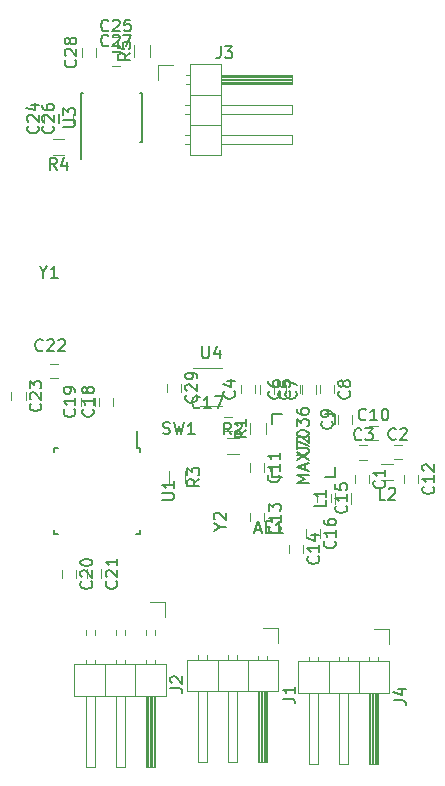
<source format=gbr>
G04 #@! TF.FileFunction,Legend,Top*
%FSLAX46Y46*%
G04 Gerber Fmt 4.6, Leading zero omitted, Abs format (unit mm)*
G04 Created by KiCad (PCBNEW 4.0.7) date 04/09/18 00:03:13*
%MOMM*%
%LPD*%
G01*
G04 APERTURE LIST*
%ADD10C,0.100000*%
%ADD11C,0.150000*%
%ADD12C,0.120000*%
%ADD13C,0.152400*%
G04 APERTURE END LIST*
D10*
D11*
X105317000Y-124098000D02*
X105092000Y-124098000D01*
X105317000Y-131348000D02*
X104992000Y-131348000D01*
X98067000Y-131348000D02*
X98392000Y-131348000D01*
X98067000Y-124098000D02*
X98392000Y-124098000D01*
X105317000Y-124098000D02*
X105317000Y-124423000D01*
X98067000Y-124098000D02*
X98067000Y-124423000D01*
X98067000Y-131348000D02*
X98067000Y-131023000D01*
X105317000Y-131348000D02*
X105317000Y-131023000D01*
X105092000Y-124098000D02*
X105092000Y-122673000D01*
D12*
X103620932Y-90469346D02*
X102920932Y-90469346D01*
X102920932Y-89269346D02*
X103620932Y-89269346D01*
X97920932Y-97952346D02*
X98920932Y-97952346D01*
X98920932Y-99312346D02*
X97920932Y-99312346D01*
X99667932Y-95857346D02*
X99667932Y-96557346D01*
X98467932Y-96557346D02*
X98467932Y-95857346D01*
X101572932Y-90269346D02*
X101572932Y-90969346D01*
X100372932Y-90969346D02*
X100372932Y-90269346D01*
X98397932Y-95857346D02*
X98397932Y-96557346D01*
X97197932Y-96557346D02*
X97197932Y-95857346D01*
D11*
X100302932Y-98200346D02*
X100352932Y-98200346D01*
X100302932Y-94050346D02*
X100447932Y-94050346D01*
X105452932Y-94050346D02*
X105307932Y-94050346D01*
X105452932Y-98200346D02*
X105307932Y-98200346D01*
X100302932Y-98200346D02*
X100302932Y-94050346D01*
X105452932Y-98200346D02*
X105452932Y-94050346D01*
X100352932Y-98200346D02*
X100352932Y-99600346D01*
D12*
X106161432Y-89992346D02*
X106161432Y-90992346D01*
X104801432Y-90992346D02*
X104801432Y-89992346D01*
X109524932Y-91587346D02*
X109524932Y-99327346D01*
X109524932Y-99327346D02*
X112184932Y-99327346D01*
X112184932Y-99327346D02*
X112184932Y-91587346D01*
X112184932Y-91587346D02*
X109524932Y-91587346D01*
X112184932Y-92537346D02*
X118184932Y-92537346D01*
X118184932Y-92537346D02*
X118184932Y-93297346D01*
X118184932Y-93297346D02*
X112184932Y-93297346D01*
X112184932Y-92597346D02*
X118184932Y-92597346D01*
X112184932Y-92717346D02*
X118184932Y-92717346D01*
X112184932Y-92837346D02*
X118184932Y-92837346D01*
X112184932Y-92957346D02*
X118184932Y-92957346D01*
X112184932Y-93077346D02*
X118184932Y-93077346D01*
X112184932Y-93197346D02*
X118184932Y-93197346D01*
X109194932Y-92537346D02*
X109524932Y-92537346D01*
X109194932Y-93297346D02*
X109524932Y-93297346D01*
X109524932Y-94187346D02*
X112184932Y-94187346D01*
X112184932Y-95077346D02*
X118184932Y-95077346D01*
X118184932Y-95077346D02*
X118184932Y-95837346D01*
X118184932Y-95837346D02*
X112184932Y-95837346D01*
X109127861Y-95077346D02*
X109524932Y-95077346D01*
X109127861Y-95837346D02*
X109524932Y-95837346D01*
X109524932Y-96727346D02*
X112184932Y-96727346D01*
X112184932Y-97617346D02*
X118184932Y-97617346D01*
X118184932Y-97617346D02*
X118184932Y-98377346D01*
X118184932Y-98377346D02*
X112184932Y-98377346D01*
X109127861Y-97617346D02*
X109524932Y-97617346D01*
X109127861Y-98377346D02*
X109524932Y-98377346D01*
X106814932Y-92917346D02*
X106814932Y-91647346D01*
X106814932Y-91647346D02*
X108084932Y-91647346D01*
X103620932Y-91739346D02*
X102920932Y-91739346D01*
X102920932Y-90539346D02*
X103620932Y-90539346D01*
X94420000Y-120053000D02*
X94420000Y-119353000D01*
X95620000Y-119353000D02*
X95620000Y-120053000D01*
X123529800Y-127057200D02*
X123529800Y-126357200D01*
X124729800Y-126357200D02*
X124729800Y-127057200D01*
X127489000Y-125060000D02*
X126789000Y-125060000D01*
X126789000Y-123860000D02*
X127489000Y-123860000D01*
X124568000Y-125085400D02*
X123868000Y-125085400D01*
X123868000Y-123885400D02*
X124568000Y-123885400D01*
X115027000Y-118776000D02*
X115027000Y-119476000D01*
X113827000Y-119476000D02*
X113827000Y-118776000D01*
X115478000Y-119488000D02*
X115478000Y-118788000D01*
X116678000Y-118788000D02*
X116678000Y-119488000D01*
X118837000Y-118776000D02*
X118837000Y-119476000D01*
X117637000Y-119476000D02*
X117637000Y-118776000D01*
X120234000Y-118788000D02*
X120234000Y-119488000D01*
X119034000Y-119488000D02*
X119034000Y-118788000D01*
X120558000Y-119476000D02*
X120558000Y-118776000D01*
X121758000Y-118776000D02*
X121758000Y-119476000D01*
X123282000Y-121328000D02*
X123282000Y-122028000D01*
X122082000Y-122028000D02*
X122082000Y-121328000D01*
X125433000Y-123409000D02*
X124733000Y-123409000D01*
X124733000Y-122209000D02*
X125433000Y-122209000D01*
X114589000Y-126092000D02*
X114589000Y-125392000D01*
X115789000Y-125392000D02*
X115789000Y-126092000D01*
X127670000Y-127084000D02*
X127670000Y-126384000D01*
X128870000Y-126384000D02*
X128870000Y-127084000D01*
X114589000Y-130283000D02*
X114589000Y-129583000D01*
X115789000Y-129583000D02*
X115789000Y-130283000D01*
X117940000Y-132980000D02*
X117940000Y-132280000D01*
X119140000Y-132280000D02*
X119140000Y-132980000D01*
X120300000Y-128680000D02*
X120300000Y-127980000D01*
X121500000Y-127980000D02*
X121500000Y-128680000D01*
X119330000Y-131690000D02*
X119330000Y-130990000D01*
X120530000Y-130990000D02*
X120530000Y-131690000D01*
X113138000Y-122647000D02*
X112438000Y-122647000D01*
X112438000Y-121447000D02*
X113138000Y-121447000D01*
X103050000Y-119823000D02*
X103050000Y-120523000D01*
X101850000Y-120523000D02*
X101850000Y-119823000D01*
X101490000Y-119833000D02*
X101490000Y-120533000D01*
X100290000Y-120533000D02*
X100290000Y-119833000D01*
X98722000Y-135103000D02*
X98722000Y-134403000D01*
X99922000Y-134403000D02*
X99922000Y-135103000D01*
X100842000Y-135083000D02*
X100842000Y-134383000D01*
X102042000Y-134383000D02*
X102042000Y-135083000D01*
X98370000Y-118153000D02*
X97670000Y-118153000D01*
X97670000Y-116953000D02*
X98370000Y-116953000D01*
X107604000Y-119337000D02*
X107604000Y-118637000D01*
X108804000Y-118637000D02*
X108804000Y-119337000D01*
X117027000Y-142029000D02*
X109287000Y-142029000D01*
X109287000Y-142029000D02*
X109287000Y-144689000D01*
X109287000Y-144689000D02*
X117027000Y-144689000D01*
X117027000Y-144689000D02*
X117027000Y-142029000D01*
X116077000Y-144689000D02*
X116077000Y-150689000D01*
X116077000Y-150689000D02*
X115317000Y-150689000D01*
X115317000Y-150689000D02*
X115317000Y-144689000D01*
X116017000Y-144689000D02*
X116017000Y-150689000D01*
X115897000Y-144689000D02*
X115897000Y-150689000D01*
X115777000Y-144689000D02*
X115777000Y-150689000D01*
X115657000Y-144689000D02*
X115657000Y-150689000D01*
X115537000Y-144689000D02*
X115537000Y-150689000D01*
X115417000Y-144689000D02*
X115417000Y-150689000D01*
X116077000Y-141699000D02*
X116077000Y-142029000D01*
X115317000Y-141699000D02*
X115317000Y-142029000D01*
X114427000Y-142029000D02*
X114427000Y-144689000D01*
X113537000Y-144689000D02*
X113537000Y-150689000D01*
X113537000Y-150689000D02*
X112777000Y-150689000D01*
X112777000Y-150689000D02*
X112777000Y-144689000D01*
X113537000Y-141631929D02*
X113537000Y-142029000D01*
X112777000Y-141631929D02*
X112777000Y-142029000D01*
X111887000Y-142029000D02*
X111887000Y-144689000D01*
X110997000Y-144689000D02*
X110997000Y-150689000D01*
X110997000Y-150689000D02*
X110237000Y-150689000D01*
X110237000Y-150689000D02*
X110237000Y-144689000D01*
X110997000Y-141631929D02*
X110997000Y-142029000D01*
X110237000Y-141631929D02*
X110237000Y-142029000D01*
X115697000Y-139319000D02*
X116967000Y-139319000D01*
X116967000Y-139319000D02*
X116967000Y-140589000D01*
X107502000Y-142410000D02*
X99762000Y-142410000D01*
X99762000Y-142410000D02*
X99762000Y-145070000D01*
X99762000Y-145070000D02*
X107502000Y-145070000D01*
X107502000Y-145070000D02*
X107502000Y-142410000D01*
X106552000Y-145070000D02*
X106552000Y-151070000D01*
X106552000Y-151070000D02*
X105792000Y-151070000D01*
X105792000Y-151070000D02*
X105792000Y-145070000D01*
X106492000Y-145070000D02*
X106492000Y-151070000D01*
X106372000Y-145070000D02*
X106372000Y-151070000D01*
X106252000Y-145070000D02*
X106252000Y-151070000D01*
X106132000Y-145070000D02*
X106132000Y-151070000D01*
X106012000Y-145070000D02*
X106012000Y-151070000D01*
X105892000Y-145070000D02*
X105892000Y-151070000D01*
X106552000Y-142012929D02*
X106552000Y-142410000D01*
X105792000Y-142012929D02*
X105792000Y-142410000D01*
X106552000Y-139540000D02*
X106552000Y-139927071D01*
X105792000Y-139540000D02*
X105792000Y-139927071D01*
X104902000Y-142410000D02*
X104902000Y-145070000D01*
X104012000Y-145070000D02*
X104012000Y-151070000D01*
X104012000Y-151070000D02*
X103252000Y-151070000D01*
X103252000Y-151070000D02*
X103252000Y-145070000D01*
X104012000Y-142012929D02*
X104012000Y-142410000D01*
X103252000Y-142012929D02*
X103252000Y-142410000D01*
X104012000Y-139472929D02*
X104012000Y-139927071D01*
X103252000Y-139472929D02*
X103252000Y-139927071D01*
X102362000Y-142410000D02*
X102362000Y-145070000D01*
X101472000Y-145070000D02*
X101472000Y-151070000D01*
X101472000Y-151070000D02*
X100712000Y-151070000D01*
X100712000Y-151070000D02*
X100712000Y-145070000D01*
X101472000Y-142012929D02*
X101472000Y-142410000D01*
X100712000Y-142012929D02*
X100712000Y-142410000D01*
X101472000Y-139472929D02*
X101472000Y-139927071D01*
X100712000Y-139472929D02*
X100712000Y-139927071D01*
X106172000Y-137160000D02*
X107442000Y-137160000D01*
X107442000Y-137160000D02*
X107442000Y-138430000D01*
X123200000Y-127870000D02*
X123200000Y-128870000D01*
X121840000Y-128870000D02*
X121840000Y-127870000D01*
X125750000Y-125431000D02*
X126750000Y-125431000D01*
X126750000Y-126791000D02*
X125750000Y-126791000D01*
X115996000Y-121940000D02*
X115996000Y-122940000D01*
X114636000Y-122940000D02*
X114636000Y-121940000D01*
X113669000Y-124632000D02*
X112669000Y-124632000D01*
X112669000Y-123272000D02*
X113669000Y-123272000D01*
X107740000Y-127063000D02*
X107740000Y-126063000D01*
X109100000Y-126063000D02*
X109100000Y-127063000D01*
D13*
X121815701Y-126572800D02*
X121815701Y-125703640D01*
X121815701Y-121213400D02*
X120946541Y-121213400D01*
X116456301Y-121213400D02*
X116456301Y-122082560D01*
X116456301Y-126572800D02*
X117325461Y-126572800D01*
X120946541Y-126572800D02*
X121815701Y-126572800D01*
X121815701Y-122082560D02*
X121815701Y-121213400D01*
X117325461Y-121213400D02*
X116456301Y-121213400D01*
X116456301Y-125703640D02*
X116456301Y-126572800D01*
D12*
X110436000Y-120543000D02*
X112236000Y-120543000D01*
X112236000Y-117323000D02*
X109786000Y-117323000D01*
X126425000Y-142156000D02*
X118685000Y-142156000D01*
X118685000Y-142156000D02*
X118685000Y-144816000D01*
X118685000Y-144816000D02*
X126425000Y-144816000D01*
X126425000Y-144816000D02*
X126425000Y-142156000D01*
X125475000Y-144816000D02*
X125475000Y-150816000D01*
X125475000Y-150816000D02*
X124715000Y-150816000D01*
X124715000Y-150816000D02*
X124715000Y-144816000D01*
X125415000Y-144816000D02*
X125415000Y-150816000D01*
X125295000Y-144816000D02*
X125295000Y-150816000D01*
X125175000Y-144816000D02*
X125175000Y-150816000D01*
X125055000Y-144816000D02*
X125055000Y-150816000D01*
X124935000Y-144816000D02*
X124935000Y-150816000D01*
X124815000Y-144816000D02*
X124815000Y-150816000D01*
X125475000Y-141826000D02*
X125475000Y-142156000D01*
X124715000Y-141826000D02*
X124715000Y-142156000D01*
X123825000Y-142156000D02*
X123825000Y-144816000D01*
X122935000Y-144816000D02*
X122935000Y-150816000D01*
X122935000Y-150816000D02*
X122175000Y-150816000D01*
X122175000Y-150816000D02*
X122175000Y-144816000D01*
X122935000Y-141758929D02*
X122935000Y-142156000D01*
X122175000Y-141758929D02*
X122175000Y-142156000D01*
X121285000Y-142156000D02*
X121285000Y-144816000D01*
X120395000Y-144816000D02*
X120395000Y-150816000D01*
X120395000Y-150816000D02*
X119635000Y-150816000D01*
X119635000Y-150816000D02*
X119635000Y-144816000D01*
X120395000Y-141758929D02*
X120395000Y-142156000D01*
X119635000Y-141758929D02*
X119635000Y-142156000D01*
X125095000Y-139446000D02*
X126365000Y-139446000D01*
X126365000Y-139446000D02*
X126365000Y-140716000D01*
D11*
X107194381Y-128484905D02*
X108003905Y-128484905D01*
X108099143Y-128437286D01*
X108146762Y-128389667D01*
X108194381Y-128294429D01*
X108194381Y-128103952D01*
X108146762Y-128008714D01*
X108099143Y-127961095D01*
X108003905Y-127913476D01*
X107194381Y-127913476D01*
X108194381Y-126913476D02*
X108194381Y-127484905D01*
X108194381Y-127199191D02*
X107194381Y-127199191D01*
X107337238Y-127294429D01*
X107432476Y-127389667D01*
X107480095Y-127484905D01*
X102628075Y-88726489D02*
X102580456Y-88774108D01*
X102437599Y-88821727D01*
X102342361Y-88821727D01*
X102199503Y-88774108D01*
X102104265Y-88678870D01*
X102056646Y-88583632D01*
X102009027Y-88393156D01*
X102009027Y-88250298D01*
X102056646Y-88059822D01*
X102104265Y-87964584D01*
X102199503Y-87869346D01*
X102342361Y-87821727D01*
X102437599Y-87821727D01*
X102580456Y-87869346D01*
X102628075Y-87916965D01*
X103009027Y-87916965D02*
X103056646Y-87869346D01*
X103151884Y-87821727D01*
X103389980Y-87821727D01*
X103485218Y-87869346D01*
X103532837Y-87916965D01*
X103580456Y-88012203D01*
X103580456Y-88107441D01*
X103532837Y-88250298D01*
X102961408Y-88821727D01*
X103580456Y-88821727D01*
X104485218Y-87821727D02*
X104009027Y-87821727D01*
X103961408Y-88297917D01*
X104009027Y-88250298D01*
X104104265Y-88202679D01*
X104342361Y-88202679D01*
X104437599Y-88250298D01*
X104485218Y-88297917D01*
X104532837Y-88393156D01*
X104532837Y-88631251D01*
X104485218Y-88726489D01*
X104437599Y-88774108D01*
X104342361Y-88821727D01*
X104104265Y-88821727D01*
X104009027Y-88774108D01*
X103961408Y-88726489D01*
X98254266Y-100534727D02*
X97920932Y-100058536D01*
X97682837Y-100534727D02*
X97682837Y-99534727D01*
X98063790Y-99534727D01*
X98159028Y-99582346D01*
X98206647Y-99629965D01*
X98254266Y-99725203D01*
X98254266Y-99868060D01*
X98206647Y-99963298D01*
X98159028Y-100010917D01*
X98063790Y-100058536D01*
X97682837Y-100058536D01*
X99111409Y-99868060D02*
X99111409Y-100534727D01*
X98873313Y-99487108D02*
X98635218Y-100201394D01*
X99254266Y-100201394D01*
X97925075Y-96850203D02*
X97972694Y-96897822D01*
X98020313Y-97040679D01*
X98020313Y-97135917D01*
X97972694Y-97278775D01*
X97877456Y-97374013D01*
X97782218Y-97421632D01*
X97591742Y-97469251D01*
X97448884Y-97469251D01*
X97258408Y-97421632D01*
X97163170Y-97374013D01*
X97067932Y-97278775D01*
X97020313Y-97135917D01*
X97020313Y-97040679D01*
X97067932Y-96897822D01*
X97115551Y-96850203D01*
X97115551Y-96469251D02*
X97067932Y-96421632D01*
X97020313Y-96326394D01*
X97020313Y-96088298D01*
X97067932Y-95993060D01*
X97115551Y-95945441D01*
X97210789Y-95897822D01*
X97306027Y-95897822D01*
X97448884Y-95945441D01*
X98020313Y-96516870D01*
X98020313Y-95897822D01*
X97020313Y-95040679D02*
X97020313Y-95231156D01*
X97067932Y-95326394D01*
X97115551Y-95374013D01*
X97258408Y-95469251D01*
X97448884Y-95516870D01*
X97829837Y-95516870D01*
X97925075Y-95469251D01*
X97972694Y-95421632D01*
X98020313Y-95326394D01*
X98020313Y-95135917D01*
X97972694Y-95040679D01*
X97925075Y-94993060D01*
X97829837Y-94945441D01*
X97591742Y-94945441D01*
X97496503Y-94993060D01*
X97448884Y-95040679D01*
X97401265Y-95135917D01*
X97401265Y-95326394D01*
X97448884Y-95421632D01*
X97496503Y-95469251D01*
X97591742Y-95516870D01*
X99830075Y-91262203D02*
X99877694Y-91309822D01*
X99925313Y-91452679D01*
X99925313Y-91547917D01*
X99877694Y-91690775D01*
X99782456Y-91786013D01*
X99687218Y-91833632D01*
X99496742Y-91881251D01*
X99353884Y-91881251D01*
X99163408Y-91833632D01*
X99068170Y-91786013D01*
X98972932Y-91690775D01*
X98925313Y-91547917D01*
X98925313Y-91452679D01*
X98972932Y-91309822D01*
X99020551Y-91262203D01*
X99020551Y-90881251D02*
X98972932Y-90833632D01*
X98925313Y-90738394D01*
X98925313Y-90500298D01*
X98972932Y-90405060D01*
X99020551Y-90357441D01*
X99115789Y-90309822D01*
X99211027Y-90309822D01*
X99353884Y-90357441D01*
X99925313Y-90928870D01*
X99925313Y-90309822D01*
X99353884Y-89738394D02*
X99306265Y-89833632D01*
X99258646Y-89881251D01*
X99163408Y-89928870D01*
X99115789Y-89928870D01*
X99020551Y-89881251D01*
X98972932Y-89833632D01*
X98925313Y-89738394D01*
X98925313Y-89547917D01*
X98972932Y-89452679D01*
X99020551Y-89405060D01*
X99115789Y-89357441D01*
X99163408Y-89357441D01*
X99258646Y-89405060D01*
X99306265Y-89452679D01*
X99353884Y-89547917D01*
X99353884Y-89738394D01*
X99401503Y-89833632D01*
X99449122Y-89881251D01*
X99544361Y-89928870D01*
X99734837Y-89928870D01*
X99830075Y-89881251D01*
X99877694Y-89833632D01*
X99925313Y-89738394D01*
X99925313Y-89547917D01*
X99877694Y-89452679D01*
X99830075Y-89405060D01*
X99734837Y-89357441D01*
X99544361Y-89357441D01*
X99449122Y-89405060D01*
X99401503Y-89452679D01*
X99353884Y-89547917D01*
X96655075Y-96850203D02*
X96702694Y-96897822D01*
X96750313Y-97040679D01*
X96750313Y-97135917D01*
X96702694Y-97278775D01*
X96607456Y-97374013D01*
X96512218Y-97421632D01*
X96321742Y-97469251D01*
X96178884Y-97469251D01*
X95988408Y-97421632D01*
X95893170Y-97374013D01*
X95797932Y-97278775D01*
X95750313Y-97135917D01*
X95750313Y-97040679D01*
X95797932Y-96897822D01*
X95845551Y-96850203D01*
X95845551Y-96469251D02*
X95797932Y-96421632D01*
X95750313Y-96326394D01*
X95750313Y-96088298D01*
X95797932Y-95993060D01*
X95845551Y-95945441D01*
X95940789Y-95897822D01*
X96036027Y-95897822D01*
X96178884Y-95945441D01*
X96750313Y-96516870D01*
X96750313Y-95897822D01*
X96083646Y-95040679D02*
X96750313Y-95040679D01*
X95702694Y-95278775D02*
X96416980Y-95516870D01*
X96416980Y-94897822D01*
X98830313Y-96887251D02*
X99639837Y-96887251D01*
X99735075Y-96839632D01*
X99782694Y-96792013D01*
X99830313Y-96696775D01*
X99830313Y-96506298D01*
X99782694Y-96411060D01*
X99735075Y-96363441D01*
X99639837Y-96315822D01*
X98830313Y-96315822D01*
X98830313Y-95934870D02*
X98830313Y-95315822D01*
X99211265Y-95649156D01*
X99211265Y-95506298D01*
X99258884Y-95411060D01*
X99306503Y-95363441D01*
X99401742Y-95315822D01*
X99639837Y-95315822D01*
X99735075Y-95363441D01*
X99782694Y-95411060D01*
X99830313Y-95506298D01*
X99830313Y-95792013D01*
X99782694Y-95887251D01*
X99735075Y-95934870D01*
X104483813Y-90659012D02*
X104007622Y-90992346D01*
X104483813Y-91230441D02*
X103483813Y-91230441D01*
X103483813Y-90849488D01*
X103531432Y-90754250D01*
X103579051Y-90706631D01*
X103674289Y-90659012D01*
X103817146Y-90659012D01*
X103912384Y-90706631D01*
X103960003Y-90754250D01*
X104007622Y-90849488D01*
X104007622Y-91230441D01*
X103483813Y-89754250D02*
X103483813Y-90230441D01*
X103960003Y-90278060D01*
X103912384Y-90230441D01*
X103864765Y-90135203D01*
X103864765Y-89897107D01*
X103912384Y-89801869D01*
X103960003Y-89754250D01*
X104055242Y-89706631D01*
X104293337Y-89706631D01*
X104388575Y-89754250D01*
X104436194Y-89801869D01*
X104483813Y-89897107D01*
X104483813Y-90135203D01*
X104436194Y-90230441D01*
X104388575Y-90278060D01*
X112136599Y-90099727D02*
X112136599Y-90814013D01*
X112088979Y-90956870D01*
X111993741Y-91052108D01*
X111850884Y-91099727D01*
X111755646Y-91099727D01*
X112517551Y-90099727D02*
X113136599Y-90099727D01*
X112803265Y-90480679D01*
X112946123Y-90480679D01*
X113041361Y-90528298D01*
X113088980Y-90575917D01*
X113136599Y-90671156D01*
X113136599Y-90909251D01*
X113088980Y-91004489D01*
X113041361Y-91052108D01*
X112946123Y-91099727D01*
X112660408Y-91099727D01*
X112565170Y-91052108D01*
X112517551Y-91004489D01*
X102628075Y-89996489D02*
X102580456Y-90044108D01*
X102437599Y-90091727D01*
X102342361Y-90091727D01*
X102199503Y-90044108D01*
X102104265Y-89948870D01*
X102056646Y-89853632D01*
X102009027Y-89663156D01*
X102009027Y-89520298D01*
X102056646Y-89329822D01*
X102104265Y-89234584D01*
X102199503Y-89139346D01*
X102342361Y-89091727D01*
X102437599Y-89091727D01*
X102580456Y-89139346D01*
X102628075Y-89186965D01*
X103009027Y-89186965D02*
X103056646Y-89139346D01*
X103151884Y-89091727D01*
X103389980Y-89091727D01*
X103485218Y-89139346D01*
X103532837Y-89186965D01*
X103580456Y-89282203D01*
X103580456Y-89377441D01*
X103532837Y-89520298D01*
X102961408Y-90091727D01*
X103580456Y-90091727D01*
X103913789Y-89091727D02*
X104580456Y-89091727D01*
X104151884Y-90091727D01*
X96877143Y-120345857D02*
X96924762Y-120393476D01*
X96972381Y-120536333D01*
X96972381Y-120631571D01*
X96924762Y-120774429D01*
X96829524Y-120869667D01*
X96734286Y-120917286D01*
X96543810Y-120964905D01*
X96400952Y-120964905D01*
X96210476Y-120917286D01*
X96115238Y-120869667D01*
X96020000Y-120774429D01*
X95972381Y-120631571D01*
X95972381Y-120536333D01*
X96020000Y-120393476D01*
X96067619Y-120345857D01*
X96067619Y-119964905D02*
X96020000Y-119917286D01*
X95972381Y-119822048D01*
X95972381Y-119583952D01*
X96020000Y-119488714D01*
X96067619Y-119441095D01*
X96162857Y-119393476D01*
X96258095Y-119393476D01*
X96400952Y-119441095D01*
X96972381Y-120012524D01*
X96972381Y-119393476D01*
X95972381Y-119060143D02*
X95972381Y-118441095D01*
X96353333Y-118774429D01*
X96353333Y-118631571D01*
X96400952Y-118536333D01*
X96448571Y-118488714D01*
X96543810Y-118441095D01*
X96781905Y-118441095D01*
X96877143Y-118488714D01*
X96924762Y-118536333D01*
X96972381Y-118631571D01*
X96972381Y-118917286D01*
X96924762Y-119012524D01*
X96877143Y-119060143D01*
X115063333Y-131016667D02*
X115539524Y-131016667D01*
X114968095Y-131302381D02*
X115301428Y-130302381D01*
X115634762Y-131302381D01*
X115968095Y-130778571D02*
X116301429Y-130778571D01*
X116444286Y-131302381D02*
X115968095Y-131302381D01*
X115968095Y-130302381D01*
X116444286Y-130302381D01*
X117396667Y-131302381D02*
X116825238Y-131302381D01*
X117110952Y-131302381D02*
X117110952Y-130302381D01*
X117015714Y-130445238D01*
X116920476Y-130540476D01*
X116825238Y-130588095D01*
X125986943Y-126873866D02*
X126034562Y-126921485D01*
X126082181Y-127064342D01*
X126082181Y-127159580D01*
X126034562Y-127302438D01*
X125939324Y-127397676D01*
X125844086Y-127445295D01*
X125653610Y-127492914D01*
X125510752Y-127492914D01*
X125320276Y-127445295D01*
X125225038Y-127397676D01*
X125129800Y-127302438D01*
X125082181Y-127159580D01*
X125082181Y-127064342D01*
X125129800Y-126921485D01*
X125177419Y-126873866D01*
X126082181Y-125921485D02*
X126082181Y-126492914D01*
X126082181Y-126207200D02*
X125082181Y-126207200D01*
X125225038Y-126302438D01*
X125320276Y-126397676D01*
X125367895Y-126492914D01*
X126972334Y-123317143D02*
X126924715Y-123364762D01*
X126781858Y-123412381D01*
X126686620Y-123412381D01*
X126543762Y-123364762D01*
X126448524Y-123269524D01*
X126400905Y-123174286D01*
X126353286Y-122983810D01*
X126353286Y-122840952D01*
X126400905Y-122650476D01*
X126448524Y-122555238D01*
X126543762Y-122460000D01*
X126686620Y-122412381D01*
X126781858Y-122412381D01*
X126924715Y-122460000D01*
X126972334Y-122507619D01*
X127353286Y-122507619D02*
X127400905Y-122460000D01*
X127496143Y-122412381D01*
X127734239Y-122412381D01*
X127829477Y-122460000D01*
X127877096Y-122507619D01*
X127924715Y-122602857D01*
X127924715Y-122698095D01*
X127877096Y-122840952D01*
X127305667Y-123412381D01*
X127924715Y-123412381D01*
X124051334Y-123342543D02*
X124003715Y-123390162D01*
X123860858Y-123437781D01*
X123765620Y-123437781D01*
X123622762Y-123390162D01*
X123527524Y-123294924D01*
X123479905Y-123199686D01*
X123432286Y-123009210D01*
X123432286Y-122866352D01*
X123479905Y-122675876D01*
X123527524Y-122580638D01*
X123622762Y-122485400D01*
X123765620Y-122437781D01*
X123860858Y-122437781D01*
X124003715Y-122485400D01*
X124051334Y-122533019D01*
X124384667Y-122437781D02*
X125003715Y-122437781D01*
X124670381Y-122818733D01*
X124813239Y-122818733D01*
X124908477Y-122866352D01*
X124956096Y-122913971D01*
X125003715Y-123009210D01*
X125003715Y-123247305D01*
X124956096Y-123342543D01*
X124908477Y-123390162D01*
X124813239Y-123437781D01*
X124527524Y-123437781D01*
X124432286Y-123390162D01*
X124384667Y-123342543D01*
X113284143Y-119292666D02*
X113331762Y-119340285D01*
X113379381Y-119483142D01*
X113379381Y-119578380D01*
X113331762Y-119721238D01*
X113236524Y-119816476D01*
X113141286Y-119864095D01*
X112950810Y-119911714D01*
X112807952Y-119911714D01*
X112617476Y-119864095D01*
X112522238Y-119816476D01*
X112427000Y-119721238D01*
X112379381Y-119578380D01*
X112379381Y-119483142D01*
X112427000Y-119340285D01*
X112474619Y-119292666D01*
X112712714Y-118435523D02*
X113379381Y-118435523D01*
X112331762Y-118673619D02*
X113046048Y-118911714D01*
X113046048Y-118292666D01*
X117935143Y-119304666D02*
X117982762Y-119352285D01*
X118030381Y-119495142D01*
X118030381Y-119590380D01*
X117982762Y-119733238D01*
X117887524Y-119828476D01*
X117792286Y-119876095D01*
X117601810Y-119923714D01*
X117458952Y-119923714D01*
X117268476Y-119876095D01*
X117173238Y-119828476D01*
X117078000Y-119733238D01*
X117030381Y-119590380D01*
X117030381Y-119495142D01*
X117078000Y-119352285D01*
X117125619Y-119304666D01*
X117030381Y-118399904D02*
X117030381Y-118876095D01*
X117506571Y-118923714D01*
X117458952Y-118876095D01*
X117411333Y-118780857D01*
X117411333Y-118542761D01*
X117458952Y-118447523D01*
X117506571Y-118399904D01*
X117601810Y-118352285D01*
X117839905Y-118352285D01*
X117935143Y-118399904D01*
X117982762Y-118447523D01*
X118030381Y-118542761D01*
X118030381Y-118780857D01*
X117982762Y-118876095D01*
X117935143Y-118923714D01*
X117094143Y-119292666D02*
X117141762Y-119340285D01*
X117189381Y-119483142D01*
X117189381Y-119578380D01*
X117141762Y-119721238D01*
X117046524Y-119816476D01*
X116951286Y-119864095D01*
X116760810Y-119911714D01*
X116617952Y-119911714D01*
X116427476Y-119864095D01*
X116332238Y-119816476D01*
X116237000Y-119721238D01*
X116189381Y-119578380D01*
X116189381Y-119483142D01*
X116237000Y-119340285D01*
X116284619Y-119292666D01*
X116189381Y-118435523D02*
X116189381Y-118626000D01*
X116237000Y-118721238D01*
X116284619Y-118768857D01*
X116427476Y-118864095D01*
X116617952Y-118911714D01*
X116998905Y-118911714D01*
X117094143Y-118864095D01*
X117141762Y-118816476D01*
X117189381Y-118721238D01*
X117189381Y-118530761D01*
X117141762Y-118435523D01*
X117094143Y-118387904D01*
X116998905Y-118340285D01*
X116760810Y-118340285D01*
X116665571Y-118387904D01*
X116617952Y-118435523D01*
X116570333Y-118530761D01*
X116570333Y-118721238D01*
X116617952Y-118816476D01*
X116665571Y-118864095D01*
X116760810Y-118911714D01*
X118491143Y-119304666D02*
X118538762Y-119352285D01*
X118586381Y-119495142D01*
X118586381Y-119590380D01*
X118538762Y-119733238D01*
X118443524Y-119828476D01*
X118348286Y-119876095D01*
X118157810Y-119923714D01*
X118014952Y-119923714D01*
X117824476Y-119876095D01*
X117729238Y-119828476D01*
X117634000Y-119733238D01*
X117586381Y-119590380D01*
X117586381Y-119495142D01*
X117634000Y-119352285D01*
X117681619Y-119304666D01*
X117586381Y-118971333D02*
X117586381Y-118304666D01*
X118586381Y-118733238D01*
X123015143Y-119292666D02*
X123062762Y-119340285D01*
X123110381Y-119483142D01*
X123110381Y-119578380D01*
X123062762Y-119721238D01*
X122967524Y-119816476D01*
X122872286Y-119864095D01*
X122681810Y-119911714D01*
X122538952Y-119911714D01*
X122348476Y-119864095D01*
X122253238Y-119816476D01*
X122158000Y-119721238D01*
X122110381Y-119578380D01*
X122110381Y-119483142D01*
X122158000Y-119340285D01*
X122205619Y-119292666D01*
X122538952Y-118721238D02*
X122491333Y-118816476D01*
X122443714Y-118864095D01*
X122348476Y-118911714D01*
X122300857Y-118911714D01*
X122205619Y-118864095D01*
X122158000Y-118816476D01*
X122110381Y-118721238D01*
X122110381Y-118530761D01*
X122158000Y-118435523D01*
X122205619Y-118387904D01*
X122300857Y-118340285D01*
X122348476Y-118340285D01*
X122443714Y-118387904D01*
X122491333Y-118435523D01*
X122538952Y-118530761D01*
X122538952Y-118721238D01*
X122586571Y-118816476D01*
X122634190Y-118864095D01*
X122729429Y-118911714D01*
X122919905Y-118911714D01*
X123015143Y-118864095D01*
X123062762Y-118816476D01*
X123110381Y-118721238D01*
X123110381Y-118530761D01*
X123062762Y-118435523D01*
X123015143Y-118387904D01*
X122919905Y-118340285D01*
X122729429Y-118340285D01*
X122634190Y-118387904D01*
X122586571Y-118435523D01*
X122538952Y-118530761D01*
X121539143Y-121844666D02*
X121586762Y-121892285D01*
X121634381Y-122035142D01*
X121634381Y-122130380D01*
X121586762Y-122273238D01*
X121491524Y-122368476D01*
X121396286Y-122416095D01*
X121205810Y-122463714D01*
X121062952Y-122463714D01*
X120872476Y-122416095D01*
X120777238Y-122368476D01*
X120682000Y-122273238D01*
X120634381Y-122130380D01*
X120634381Y-122035142D01*
X120682000Y-121892285D01*
X120729619Y-121844666D01*
X121634381Y-121368476D02*
X121634381Y-121178000D01*
X121586762Y-121082761D01*
X121539143Y-121035142D01*
X121396286Y-120939904D01*
X121205810Y-120892285D01*
X120824857Y-120892285D01*
X120729619Y-120939904D01*
X120682000Y-120987523D01*
X120634381Y-121082761D01*
X120634381Y-121273238D01*
X120682000Y-121368476D01*
X120729619Y-121416095D01*
X120824857Y-121463714D01*
X121062952Y-121463714D01*
X121158190Y-121416095D01*
X121205810Y-121368476D01*
X121253429Y-121273238D01*
X121253429Y-121082761D01*
X121205810Y-120987523D01*
X121158190Y-120939904D01*
X121062952Y-120892285D01*
X124440143Y-121666143D02*
X124392524Y-121713762D01*
X124249667Y-121761381D01*
X124154429Y-121761381D01*
X124011571Y-121713762D01*
X123916333Y-121618524D01*
X123868714Y-121523286D01*
X123821095Y-121332810D01*
X123821095Y-121189952D01*
X123868714Y-120999476D01*
X123916333Y-120904238D01*
X124011571Y-120809000D01*
X124154429Y-120761381D01*
X124249667Y-120761381D01*
X124392524Y-120809000D01*
X124440143Y-120856619D01*
X125392524Y-121761381D02*
X124821095Y-121761381D01*
X125106809Y-121761381D02*
X125106809Y-120761381D01*
X125011571Y-120904238D01*
X124916333Y-120999476D01*
X124821095Y-121047095D01*
X126011571Y-120761381D02*
X126106810Y-120761381D01*
X126202048Y-120809000D01*
X126249667Y-120856619D01*
X126297286Y-120951857D01*
X126344905Y-121142333D01*
X126344905Y-121380429D01*
X126297286Y-121570905D01*
X126249667Y-121666143D01*
X126202048Y-121713762D01*
X126106810Y-121761381D01*
X126011571Y-121761381D01*
X125916333Y-121713762D01*
X125868714Y-121666143D01*
X125821095Y-121570905D01*
X125773476Y-121380429D01*
X125773476Y-121142333D01*
X125821095Y-120951857D01*
X125868714Y-120856619D01*
X125916333Y-120809000D01*
X126011571Y-120761381D01*
X117046143Y-126384857D02*
X117093762Y-126432476D01*
X117141381Y-126575333D01*
X117141381Y-126670571D01*
X117093762Y-126813429D01*
X116998524Y-126908667D01*
X116903286Y-126956286D01*
X116712810Y-127003905D01*
X116569952Y-127003905D01*
X116379476Y-126956286D01*
X116284238Y-126908667D01*
X116189000Y-126813429D01*
X116141381Y-126670571D01*
X116141381Y-126575333D01*
X116189000Y-126432476D01*
X116236619Y-126384857D01*
X117141381Y-125432476D02*
X117141381Y-126003905D01*
X117141381Y-125718191D02*
X116141381Y-125718191D01*
X116284238Y-125813429D01*
X116379476Y-125908667D01*
X116427095Y-126003905D01*
X117141381Y-124480095D02*
X117141381Y-125051524D01*
X117141381Y-124765810D02*
X116141381Y-124765810D01*
X116284238Y-124861048D01*
X116379476Y-124956286D01*
X116427095Y-125051524D01*
X130127143Y-127376857D02*
X130174762Y-127424476D01*
X130222381Y-127567333D01*
X130222381Y-127662571D01*
X130174762Y-127805429D01*
X130079524Y-127900667D01*
X129984286Y-127948286D01*
X129793810Y-127995905D01*
X129650952Y-127995905D01*
X129460476Y-127948286D01*
X129365238Y-127900667D01*
X129270000Y-127805429D01*
X129222381Y-127662571D01*
X129222381Y-127567333D01*
X129270000Y-127424476D01*
X129317619Y-127376857D01*
X130222381Y-126424476D02*
X130222381Y-126995905D01*
X130222381Y-126710191D02*
X129222381Y-126710191D01*
X129365238Y-126805429D01*
X129460476Y-126900667D01*
X129508095Y-126995905D01*
X129317619Y-126043524D02*
X129270000Y-125995905D01*
X129222381Y-125900667D01*
X129222381Y-125662571D01*
X129270000Y-125567333D01*
X129317619Y-125519714D01*
X129412857Y-125472095D01*
X129508095Y-125472095D01*
X129650952Y-125519714D01*
X130222381Y-126091143D01*
X130222381Y-125472095D01*
X117131143Y-130702524D02*
X117178762Y-130750143D01*
X117226381Y-130893000D01*
X117226381Y-130988238D01*
X117178762Y-131131096D01*
X117083524Y-131226334D01*
X116988286Y-131273953D01*
X116797810Y-131321572D01*
X116654952Y-131321572D01*
X116464476Y-131273953D01*
X116369238Y-131226334D01*
X116274000Y-131131096D01*
X116226381Y-130988238D01*
X116226381Y-130893000D01*
X116274000Y-130750143D01*
X116321619Y-130702524D01*
X117226381Y-129750143D02*
X117226381Y-130321572D01*
X117226381Y-130035858D02*
X116226381Y-130035858D01*
X116369238Y-130131096D01*
X116464476Y-130226334D01*
X116512095Y-130321572D01*
X116226381Y-129416810D02*
X116226381Y-128797762D01*
X116607333Y-129131096D01*
X116607333Y-128988238D01*
X116654952Y-128893000D01*
X116702571Y-128845381D01*
X116797810Y-128797762D01*
X117035905Y-128797762D01*
X117131143Y-128845381D01*
X117178762Y-128893000D01*
X117226381Y-128988238D01*
X117226381Y-129273953D01*
X117178762Y-129369191D01*
X117131143Y-129416810D01*
X120397143Y-133272857D02*
X120444762Y-133320476D01*
X120492381Y-133463333D01*
X120492381Y-133558571D01*
X120444762Y-133701429D01*
X120349524Y-133796667D01*
X120254286Y-133844286D01*
X120063810Y-133891905D01*
X119920952Y-133891905D01*
X119730476Y-133844286D01*
X119635238Y-133796667D01*
X119540000Y-133701429D01*
X119492381Y-133558571D01*
X119492381Y-133463333D01*
X119540000Y-133320476D01*
X119587619Y-133272857D01*
X120492381Y-132320476D02*
X120492381Y-132891905D01*
X120492381Y-132606191D02*
X119492381Y-132606191D01*
X119635238Y-132701429D01*
X119730476Y-132796667D01*
X119778095Y-132891905D01*
X119825714Y-131463333D02*
X120492381Y-131463333D01*
X119444762Y-131701429D02*
X120159048Y-131939524D01*
X120159048Y-131320476D01*
X122757143Y-128972857D02*
X122804762Y-129020476D01*
X122852381Y-129163333D01*
X122852381Y-129258571D01*
X122804762Y-129401429D01*
X122709524Y-129496667D01*
X122614286Y-129544286D01*
X122423810Y-129591905D01*
X122280952Y-129591905D01*
X122090476Y-129544286D01*
X121995238Y-129496667D01*
X121900000Y-129401429D01*
X121852381Y-129258571D01*
X121852381Y-129163333D01*
X121900000Y-129020476D01*
X121947619Y-128972857D01*
X122852381Y-128020476D02*
X122852381Y-128591905D01*
X122852381Y-128306191D02*
X121852381Y-128306191D01*
X121995238Y-128401429D01*
X122090476Y-128496667D01*
X122138095Y-128591905D01*
X121852381Y-127115714D02*
X121852381Y-127591905D01*
X122328571Y-127639524D01*
X122280952Y-127591905D01*
X122233333Y-127496667D01*
X122233333Y-127258571D01*
X122280952Y-127163333D01*
X122328571Y-127115714D01*
X122423810Y-127068095D01*
X122661905Y-127068095D01*
X122757143Y-127115714D01*
X122804762Y-127163333D01*
X122852381Y-127258571D01*
X122852381Y-127496667D01*
X122804762Y-127591905D01*
X122757143Y-127639524D01*
X121787143Y-131982857D02*
X121834762Y-132030476D01*
X121882381Y-132173333D01*
X121882381Y-132268571D01*
X121834762Y-132411429D01*
X121739524Y-132506667D01*
X121644286Y-132554286D01*
X121453810Y-132601905D01*
X121310952Y-132601905D01*
X121120476Y-132554286D01*
X121025238Y-132506667D01*
X120930000Y-132411429D01*
X120882381Y-132268571D01*
X120882381Y-132173333D01*
X120930000Y-132030476D01*
X120977619Y-131982857D01*
X121882381Y-131030476D02*
X121882381Y-131601905D01*
X121882381Y-131316191D02*
X120882381Y-131316191D01*
X121025238Y-131411429D01*
X121120476Y-131506667D01*
X121168095Y-131601905D01*
X120882381Y-130173333D02*
X120882381Y-130363810D01*
X120930000Y-130459048D01*
X120977619Y-130506667D01*
X121120476Y-130601905D01*
X121310952Y-130649524D01*
X121691905Y-130649524D01*
X121787143Y-130601905D01*
X121834762Y-130554286D01*
X121882381Y-130459048D01*
X121882381Y-130268571D01*
X121834762Y-130173333D01*
X121787143Y-130125714D01*
X121691905Y-130078095D01*
X121453810Y-130078095D01*
X121358571Y-130125714D01*
X121310952Y-130173333D01*
X121263333Y-130268571D01*
X121263333Y-130459048D01*
X121310952Y-130554286D01*
X121358571Y-130601905D01*
X121453810Y-130649524D01*
X110355143Y-120626143D02*
X110307524Y-120673762D01*
X110164667Y-120721381D01*
X110069429Y-120721381D01*
X109926571Y-120673762D01*
X109831333Y-120578524D01*
X109783714Y-120483286D01*
X109736095Y-120292810D01*
X109736095Y-120149952D01*
X109783714Y-119959476D01*
X109831333Y-119864238D01*
X109926571Y-119769000D01*
X110069429Y-119721381D01*
X110164667Y-119721381D01*
X110307524Y-119769000D01*
X110355143Y-119816619D01*
X111307524Y-120721381D02*
X110736095Y-120721381D01*
X111021809Y-120721381D02*
X111021809Y-119721381D01*
X110926571Y-119864238D01*
X110831333Y-119959476D01*
X110736095Y-120007095D01*
X111640857Y-119721381D02*
X112307524Y-119721381D01*
X111878952Y-120721381D01*
X101307143Y-120815857D02*
X101354762Y-120863476D01*
X101402381Y-121006333D01*
X101402381Y-121101571D01*
X101354762Y-121244429D01*
X101259524Y-121339667D01*
X101164286Y-121387286D01*
X100973810Y-121434905D01*
X100830952Y-121434905D01*
X100640476Y-121387286D01*
X100545238Y-121339667D01*
X100450000Y-121244429D01*
X100402381Y-121101571D01*
X100402381Y-121006333D01*
X100450000Y-120863476D01*
X100497619Y-120815857D01*
X101402381Y-119863476D02*
X101402381Y-120434905D01*
X101402381Y-120149191D02*
X100402381Y-120149191D01*
X100545238Y-120244429D01*
X100640476Y-120339667D01*
X100688095Y-120434905D01*
X100830952Y-119292048D02*
X100783333Y-119387286D01*
X100735714Y-119434905D01*
X100640476Y-119482524D01*
X100592857Y-119482524D01*
X100497619Y-119434905D01*
X100450000Y-119387286D01*
X100402381Y-119292048D01*
X100402381Y-119101571D01*
X100450000Y-119006333D01*
X100497619Y-118958714D01*
X100592857Y-118911095D01*
X100640476Y-118911095D01*
X100735714Y-118958714D01*
X100783333Y-119006333D01*
X100830952Y-119101571D01*
X100830952Y-119292048D01*
X100878571Y-119387286D01*
X100926190Y-119434905D01*
X101021429Y-119482524D01*
X101211905Y-119482524D01*
X101307143Y-119434905D01*
X101354762Y-119387286D01*
X101402381Y-119292048D01*
X101402381Y-119101571D01*
X101354762Y-119006333D01*
X101307143Y-118958714D01*
X101211905Y-118911095D01*
X101021429Y-118911095D01*
X100926190Y-118958714D01*
X100878571Y-119006333D01*
X100830952Y-119101571D01*
X99747143Y-120825857D02*
X99794762Y-120873476D01*
X99842381Y-121016333D01*
X99842381Y-121111571D01*
X99794762Y-121254429D01*
X99699524Y-121349667D01*
X99604286Y-121397286D01*
X99413810Y-121444905D01*
X99270952Y-121444905D01*
X99080476Y-121397286D01*
X98985238Y-121349667D01*
X98890000Y-121254429D01*
X98842381Y-121111571D01*
X98842381Y-121016333D01*
X98890000Y-120873476D01*
X98937619Y-120825857D01*
X99842381Y-119873476D02*
X99842381Y-120444905D01*
X99842381Y-120159191D02*
X98842381Y-120159191D01*
X98985238Y-120254429D01*
X99080476Y-120349667D01*
X99128095Y-120444905D01*
X99842381Y-119397286D02*
X99842381Y-119206810D01*
X99794762Y-119111571D01*
X99747143Y-119063952D01*
X99604286Y-118968714D01*
X99413810Y-118921095D01*
X99032857Y-118921095D01*
X98937619Y-118968714D01*
X98890000Y-119016333D01*
X98842381Y-119111571D01*
X98842381Y-119302048D01*
X98890000Y-119397286D01*
X98937619Y-119444905D01*
X99032857Y-119492524D01*
X99270952Y-119492524D01*
X99366190Y-119444905D01*
X99413810Y-119397286D01*
X99461429Y-119302048D01*
X99461429Y-119111571D01*
X99413810Y-119016333D01*
X99366190Y-118968714D01*
X99270952Y-118921095D01*
X101179143Y-135395857D02*
X101226762Y-135443476D01*
X101274381Y-135586333D01*
X101274381Y-135681571D01*
X101226762Y-135824429D01*
X101131524Y-135919667D01*
X101036286Y-135967286D01*
X100845810Y-136014905D01*
X100702952Y-136014905D01*
X100512476Y-135967286D01*
X100417238Y-135919667D01*
X100322000Y-135824429D01*
X100274381Y-135681571D01*
X100274381Y-135586333D01*
X100322000Y-135443476D01*
X100369619Y-135395857D01*
X100369619Y-135014905D02*
X100322000Y-134967286D01*
X100274381Y-134872048D01*
X100274381Y-134633952D01*
X100322000Y-134538714D01*
X100369619Y-134491095D01*
X100464857Y-134443476D01*
X100560095Y-134443476D01*
X100702952Y-134491095D01*
X101274381Y-135062524D01*
X101274381Y-134443476D01*
X100274381Y-133824429D02*
X100274381Y-133729190D01*
X100322000Y-133633952D01*
X100369619Y-133586333D01*
X100464857Y-133538714D01*
X100655333Y-133491095D01*
X100893429Y-133491095D01*
X101083905Y-133538714D01*
X101179143Y-133586333D01*
X101226762Y-133633952D01*
X101274381Y-133729190D01*
X101274381Y-133824429D01*
X101226762Y-133919667D01*
X101179143Y-133967286D01*
X101083905Y-134014905D01*
X100893429Y-134062524D01*
X100655333Y-134062524D01*
X100464857Y-134014905D01*
X100369619Y-133967286D01*
X100322000Y-133919667D01*
X100274381Y-133824429D01*
X103299143Y-135375857D02*
X103346762Y-135423476D01*
X103394381Y-135566333D01*
X103394381Y-135661571D01*
X103346762Y-135804429D01*
X103251524Y-135899667D01*
X103156286Y-135947286D01*
X102965810Y-135994905D01*
X102822952Y-135994905D01*
X102632476Y-135947286D01*
X102537238Y-135899667D01*
X102442000Y-135804429D01*
X102394381Y-135661571D01*
X102394381Y-135566333D01*
X102442000Y-135423476D01*
X102489619Y-135375857D01*
X102489619Y-134994905D02*
X102442000Y-134947286D01*
X102394381Y-134852048D01*
X102394381Y-134613952D01*
X102442000Y-134518714D01*
X102489619Y-134471095D01*
X102584857Y-134423476D01*
X102680095Y-134423476D01*
X102822952Y-134471095D01*
X103394381Y-135042524D01*
X103394381Y-134423476D01*
X103394381Y-133471095D02*
X103394381Y-134042524D01*
X103394381Y-133756810D02*
X102394381Y-133756810D01*
X102537238Y-133852048D01*
X102632476Y-133947286D01*
X102680095Y-134042524D01*
X97067143Y-115800143D02*
X97019524Y-115847762D01*
X96876667Y-115895381D01*
X96781429Y-115895381D01*
X96638571Y-115847762D01*
X96543333Y-115752524D01*
X96495714Y-115657286D01*
X96448095Y-115466810D01*
X96448095Y-115323952D01*
X96495714Y-115133476D01*
X96543333Y-115038238D01*
X96638571Y-114943000D01*
X96781429Y-114895381D01*
X96876667Y-114895381D01*
X97019524Y-114943000D01*
X97067143Y-114990619D01*
X97448095Y-114990619D02*
X97495714Y-114943000D01*
X97590952Y-114895381D01*
X97829048Y-114895381D01*
X97924286Y-114943000D01*
X97971905Y-114990619D01*
X98019524Y-115085857D01*
X98019524Y-115181095D01*
X97971905Y-115323952D01*
X97400476Y-115895381D01*
X98019524Y-115895381D01*
X98400476Y-114990619D02*
X98448095Y-114943000D01*
X98543333Y-114895381D01*
X98781429Y-114895381D01*
X98876667Y-114943000D01*
X98924286Y-114990619D01*
X98971905Y-115085857D01*
X98971905Y-115181095D01*
X98924286Y-115323952D01*
X98352857Y-115895381D01*
X98971905Y-115895381D01*
X110061143Y-119629857D02*
X110108762Y-119677476D01*
X110156381Y-119820333D01*
X110156381Y-119915571D01*
X110108762Y-120058429D01*
X110013524Y-120153667D01*
X109918286Y-120201286D01*
X109727810Y-120248905D01*
X109584952Y-120248905D01*
X109394476Y-120201286D01*
X109299238Y-120153667D01*
X109204000Y-120058429D01*
X109156381Y-119915571D01*
X109156381Y-119820333D01*
X109204000Y-119677476D01*
X109251619Y-119629857D01*
X109251619Y-119248905D02*
X109204000Y-119201286D01*
X109156381Y-119106048D01*
X109156381Y-118867952D01*
X109204000Y-118772714D01*
X109251619Y-118725095D01*
X109346857Y-118677476D01*
X109442095Y-118677476D01*
X109584952Y-118725095D01*
X110156381Y-119296524D01*
X110156381Y-118677476D01*
X110156381Y-118201286D02*
X110156381Y-118010810D01*
X110108762Y-117915571D01*
X110061143Y-117867952D01*
X109918286Y-117772714D01*
X109727810Y-117725095D01*
X109346857Y-117725095D01*
X109251619Y-117772714D01*
X109204000Y-117820333D01*
X109156381Y-117915571D01*
X109156381Y-118106048D01*
X109204000Y-118201286D01*
X109251619Y-118248905D01*
X109346857Y-118296524D01*
X109584952Y-118296524D01*
X109680190Y-118248905D01*
X109727810Y-118201286D01*
X109775429Y-118106048D01*
X109775429Y-117915571D01*
X109727810Y-117820333D01*
X109680190Y-117772714D01*
X109584952Y-117725095D01*
X117419381Y-145307333D02*
X118133667Y-145307333D01*
X118276524Y-145354953D01*
X118371762Y-145450191D01*
X118419381Y-145593048D01*
X118419381Y-145688286D01*
X118419381Y-144307333D02*
X118419381Y-144878762D01*
X118419381Y-144593048D02*
X117419381Y-144593048D01*
X117562238Y-144688286D01*
X117657476Y-144783524D01*
X117705095Y-144878762D01*
X107894381Y-144418333D02*
X108608667Y-144418333D01*
X108751524Y-144465953D01*
X108846762Y-144561191D01*
X108894381Y-144704048D01*
X108894381Y-144799286D01*
X107989619Y-143989762D02*
X107942000Y-143942143D01*
X107894381Y-143846905D01*
X107894381Y-143608809D01*
X107942000Y-143513571D01*
X107989619Y-143465952D01*
X108084857Y-143418333D01*
X108180095Y-143418333D01*
X108322952Y-143465952D01*
X108894381Y-144037381D01*
X108894381Y-143418333D01*
X121072381Y-128536666D02*
X121072381Y-129012857D01*
X120072381Y-129012857D01*
X121072381Y-127679523D02*
X121072381Y-128250952D01*
X121072381Y-127965238D02*
X120072381Y-127965238D01*
X120215238Y-128060476D01*
X120310476Y-128155714D01*
X120358095Y-128250952D01*
X126083334Y-128463381D02*
X125607143Y-128463381D01*
X125607143Y-127463381D01*
X126369048Y-127558619D02*
X126416667Y-127511000D01*
X126511905Y-127463381D01*
X126750001Y-127463381D01*
X126845239Y-127511000D01*
X126892858Y-127558619D01*
X126940477Y-127653857D01*
X126940477Y-127749095D01*
X126892858Y-127891952D01*
X126321429Y-128463381D01*
X126940477Y-128463381D01*
X114318381Y-122606666D02*
X113842190Y-122940000D01*
X114318381Y-123178095D02*
X113318381Y-123178095D01*
X113318381Y-122797142D01*
X113366000Y-122701904D01*
X113413619Y-122654285D01*
X113508857Y-122606666D01*
X113651714Y-122606666D01*
X113746952Y-122654285D01*
X113794571Y-122701904D01*
X113842190Y-122797142D01*
X113842190Y-123178095D01*
X114318381Y-121654285D02*
X114318381Y-122225714D01*
X114318381Y-121940000D02*
X113318381Y-121940000D01*
X113461238Y-122035238D01*
X113556476Y-122130476D01*
X113604095Y-122225714D01*
X113002334Y-122954381D02*
X112669000Y-122478190D01*
X112430905Y-122954381D02*
X112430905Y-121954381D01*
X112811858Y-121954381D01*
X112907096Y-122002000D01*
X112954715Y-122049619D01*
X113002334Y-122144857D01*
X113002334Y-122287714D01*
X112954715Y-122382952D01*
X112907096Y-122430571D01*
X112811858Y-122478190D01*
X112430905Y-122478190D01*
X113383286Y-122049619D02*
X113430905Y-122002000D01*
X113526143Y-121954381D01*
X113764239Y-121954381D01*
X113859477Y-122002000D01*
X113907096Y-122049619D01*
X113954715Y-122144857D01*
X113954715Y-122240095D01*
X113907096Y-122382952D01*
X113335667Y-122954381D01*
X113954715Y-122954381D01*
X110322381Y-126729666D02*
X109846190Y-127063000D01*
X110322381Y-127301095D02*
X109322381Y-127301095D01*
X109322381Y-126920142D01*
X109370000Y-126824904D01*
X109417619Y-126777285D01*
X109512857Y-126729666D01*
X109655714Y-126729666D01*
X109750952Y-126777285D01*
X109798571Y-126824904D01*
X109846190Y-126920142D01*
X109846190Y-127301095D01*
X109322381Y-126396333D02*
X109322381Y-125777285D01*
X109703333Y-126110619D01*
X109703333Y-125967761D01*
X109750952Y-125872523D01*
X109798571Y-125824904D01*
X109893810Y-125777285D01*
X110131905Y-125777285D01*
X110227143Y-125824904D01*
X110274762Y-125872523D01*
X110322381Y-125967761D01*
X110322381Y-126253476D01*
X110274762Y-126348714D01*
X110227143Y-126396333D01*
X107271667Y-122867762D02*
X107414524Y-122915381D01*
X107652620Y-122915381D01*
X107747858Y-122867762D01*
X107795477Y-122820143D01*
X107843096Y-122724905D01*
X107843096Y-122629667D01*
X107795477Y-122534429D01*
X107747858Y-122486810D01*
X107652620Y-122439190D01*
X107462143Y-122391571D01*
X107366905Y-122343952D01*
X107319286Y-122296333D01*
X107271667Y-122201095D01*
X107271667Y-122105857D01*
X107319286Y-122010619D01*
X107366905Y-121963000D01*
X107462143Y-121915381D01*
X107700239Y-121915381D01*
X107843096Y-121963000D01*
X108176429Y-121915381D02*
X108414524Y-122915381D01*
X108605001Y-122201095D01*
X108795477Y-122915381D01*
X109033572Y-121915381D01*
X109938334Y-122915381D02*
X109366905Y-122915381D01*
X109652619Y-122915381D02*
X109652619Y-121915381D01*
X109557381Y-122058238D01*
X109462143Y-122153476D01*
X109366905Y-122201095D01*
X118588382Y-124655005D02*
X119397906Y-124655005D01*
X119493144Y-124607386D01*
X119540763Y-124559767D01*
X119588382Y-124464529D01*
X119588382Y-124274052D01*
X119540763Y-124178814D01*
X119493144Y-124131195D01*
X119397906Y-124083576D01*
X118588382Y-124083576D01*
X118683620Y-123655005D02*
X118636001Y-123607386D01*
X118588382Y-123512148D01*
X118588382Y-123274052D01*
X118636001Y-123178814D01*
X118683620Y-123131195D01*
X118778858Y-123083576D01*
X118874096Y-123083576D01*
X119016953Y-123131195D01*
X119588382Y-123702624D01*
X119588382Y-123083576D01*
X119588382Y-127035957D02*
X118588382Y-127035957D01*
X119302668Y-126702623D01*
X118588382Y-126369290D01*
X119588382Y-126369290D01*
X119302668Y-125940719D02*
X119302668Y-125464528D01*
X119588382Y-126035957D02*
X118588382Y-125702624D01*
X119588382Y-125369290D01*
X118588382Y-125131195D02*
X119588382Y-124464528D01*
X118588382Y-124464528D02*
X119588382Y-125131195D01*
X118588382Y-124178814D02*
X118588382Y-123512147D01*
X119588382Y-123940719D01*
X118588382Y-122940719D02*
X118588382Y-122845480D01*
X118636001Y-122750242D01*
X118683620Y-122702623D01*
X118778858Y-122655004D01*
X118969334Y-122607385D01*
X119207430Y-122607385D01*
X119397906Y-122655004D01*
X119493144Y-122702623D01*
X119540763Y-122750242D01*
X119588382Y-122845480D01*
X119588382Y-122940719D01*
X119540763Y-123035957D01*
X119493144Y-123083576D01*
X119397906Y-123131195D01*
X119207430Y-123178814D01*
X118969334Y-123178814D01*
X118778858Y-123131195D01*
X118683620Y-123083576D01*
X118636001Y-123035957D01*
X118588382Y-122940719D01*
X118588382Y-122274052D02*
X118588382Y-121655004D01*
X118969334Y-121988338D01*
X118969334Y-121845480D01*
X119016953Y-121750242D01*
X119064572Y-121702623D01*
X119159811Y-121655004D01*
X119397906Y-121655004D01*
X119493144Y-121702623D01*
X119540763Y-121750242D01*
X119588382Y-121845480D01*
X119588382Y-122131195D01*
X119540763Y-122226433D01*
X119493144Y-122274052D01*
X118588382Y-120797861D02*
X118588382Y-120988338D01*
X118636001Y-121083576D01*
X118683620Y-121131195D01*
X118826477Y-121226433D01*
X119016953Y-121274052D01*
X119397906Y-121274052D01*
X119493144Y-121226433D01*
X119540763Y-121178814D01*
X119588382Y-121083576D01*
X119588382Y-120893099D01*
X119540763Y-120797861D01*
X119493144Y-120750242D01*
X119397906Y-120702623D01*
X119159811Y-120702623D01*
X119064572Y-120750242D01*
X119016953Y-120797861D01*
X118969334Y-120893099D01*
X118969334Y-121083576D01*
X119016953Y-121178814D01*
X119064572Y-121226433D01*
X119159811Y-121274052D01*
X110574095Y-115485381D02*
X110574095Y-116294905D01*
X110621714Y-116390143D01*
X110669333Y-116437762D01*
X110764571Y-116485381D01*
X110955048Y-116485381D01*
X111050286Y-116437762D01*
X111097905Y-116390143D01*
X111145524Y-116294905D01*
X111145524Y-115485381D01*
X112050286Y-115818714D02*
X112050286Y-116485381D01*
X111812190Y-115437762D02*
X111574095Y-116152048D01*
X112193143Y-116152048D01*
X97143809Y-109199190D02*
X97143809Y-109675381D01*
X96810476Y-108675381D02*
X97143809Y-109199190D01*
X97477143Y-108675381D01*
X98334286Y-109675381D02*
X97762857Y-109675381D01*
X98048571Y-109675381D02*
X98048571Y-108675381D01*
X97953333Y-108818238D01*
X97858095Y-108913476D01*
X97762857Y-108961095D01*
X112078190Y-130762191D02*
X112554381Y-130762191D01*
X111554381Y-131095524D02*
X112078190Y-130762191D01*
X111554381Y-130428857D01*
X111649619Y-130143143D02*
X111602000Y-130095524D01*
X111554381Y-130000286D01*
X111554381Y-129762190D01*
X111602000Y-129666952D01*
X111649619Y-129619333D01*
X111744857Y-129571714D01*
X111840095Y-129571714D01*
X111982952Y-129619333D01*
X112554381Y-130190762D01*
X112554381Y-129571714D01*
X126817381Y-145434333D02*
X127531667Y-145434333D01*
X127674524Y-145481953D01*
X127769762Y-145577191D01*
X127817381Y-145720048D01*
X127817381Y-145815286D01*
X127150714Y-144529571D02*
X127817381Y-144529571D01*
X126769762Y-144767667D02*
X127484048Y-145005762D01*
X127484048Y-144386714D01*
M02*

</source>
